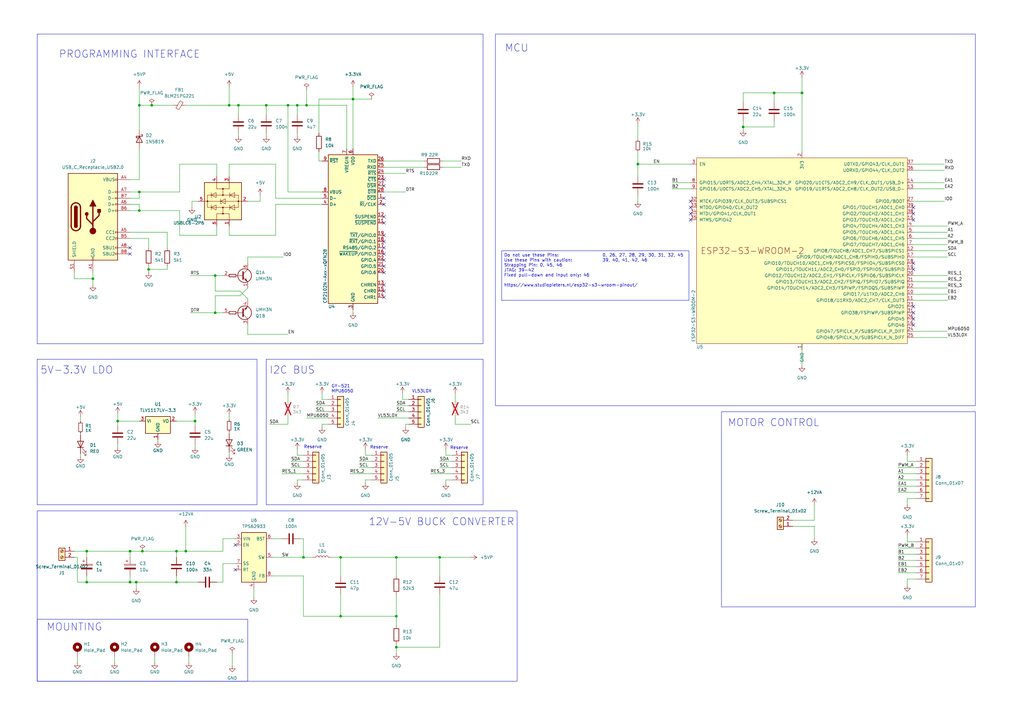
<source format=kicad_sch>
(kicad_sch (version 20230121) (generator eeschema)
  (paper "A3")
  (title_block (title "Balancing_Robot") (date "2024-02-09") (rev "2.5") (company "Made by ElectroHugin"))
  (junction (at 38.1 114.3))
  (junction (at 304.8 52.07))
  (junction (at 80.01 172.72))
  (junction (at 62.23 43.18))
  (junction (at 118.11 43.18))
  (junction (at 261.62 67.31))
  (junction (at 60.96 110.49))
  (junction (at 53.34 226.06))
  (junction (at 162.56 228.6))
  (junction (at 162.56 252.73))
  (junction (at 97.79 43.18))
  (junction (at 35.56 226.06))
  (junction (at 48.26 172.72))
  (junction (at 72.39 238.76))
  (junction (at 180.34 228.6))
  (junction (at 76.2 226.06))
  (junction (at 35.56 238.76))
  (junction (at 162.56 265.43))
  (junction (at 125.73 43.18))
  (junction (at 88.265 113.03))
  (junction (at 58.42 226.06))
  (junction (at 93.98 43.18))
  (junction (at 53.34 238.76))
  (junction (at 328.93 38.1))
  (junction (at 139.7 228.6))
  (junction (at 317.5 38.1))
  (junction (at 121.92 43.18))
  (junction (at 57.15 78.74))
  (junction (at 57.15 86.36))
  (junction (at 144.78 40.64))
  (junction (at 72.39 226.06))
  (junction (at 139.7 252.73))
  (junction (at 57.15 43.18))
  (junction (at 55.88 238.76))
  (junction (at 88.265 128.27))
  (junction (at 124.46 228.6))
  (junction (at 109.22 43.18))
  (no_connect (at 157.48 106.68))
  (no_connect (at 374.65 133.35))
  (no_connect (at 283.21 85.09))
  (no_connect (at 157.48 76.2))
  (no_connect (at 374.65 110.49))
  (no_connect (at 157.48 119.38))
  (no_connect (at 157.48 83.82))
  (no_connect (at 157.48 121.92))
  (no_connect (at 157.48 81.28))
  (no_connect (at 157.48 111.76))
  (no_connect (at 53.34 104.14))
  (no_connect (at 283.21 90.17))
  (no_connect (at 374.65 87.63))
  (no_connect (at 374.65 85.09))
  (no_connect (at 157.48 88.9))
  (no_connect (at 96.52 233.68))
  (no_connect (at 157.48 101.6))
  (no_connect (at 157.48 104.14))
  (no_connect (at 157.48 116.84))
  (no_connect (at 374.65 128.27))
  (no_connect (at 157.48 73.66))
  (no_connect (at 157.48 99.06))
  (no_connect (at 374.65 130.81))
  (no_connect (at 157.48 96.52))
  (no_connect (at 374.65 125.73))
  (no_connect (at 53.34 101.6))
  (no_connect (at 374.65 90.17))
  (no_connect (at 157.48 109.22))
  (no_connect (at 157.48 91.44))
  (no_connect (at 96.52 223.52))
  (no_connect (at 283.21 82.55))
  (no_connect (at 283.21 87.63))
  (no_connect (at 374.65 107.95))
  (wire (pts (xy 147.32 191.77) (xy 152.4 191.77)))
  (wire (pts (xy 182.88 196.85) (xy 182.88 198.12)))
  (wire (pts (xy 334.01 213.36) (xy 325.12 213.36)))
  (wire (pts (xy 57.15 73.66) (xy 53.34 73.66)))
  (wire (pts (xy 98.425 119.38) (xy 101.6 122.555)))
  (wire (pts (xy 121.92 54.61) (xy 121.92 55.88)))
  (wire (pts (xy 374.65 105.41) (xy 388.62 105.41)))
  (wire (pts (xy 368.3 227.33) (xy 375.92 227.33)))
  (wire (pts (xy 93.98 72.39) (xy 93.98 67.31)))
  (wire (pts (xy 119.38 189.23) (xy 124.46 189.23)))
  (wire (pts (xy 374.65 69.85) (xy 387.35 69.85)))
  (wire (pts (xy 31.75 269.24) (xy 31.75 271.78)))
  (wire (pts (xy 93.98 35.56) (xy 93.98 43.18)))
  (wire (pts (xy 166.37 173.99) (xy 166.37 175.26)))
  (wire (pts (xy 368.3 229.87) (xy 375.92 229.87)))
  (wire (pts (xy 144.78 40.64) (xy 152.4 40.64)))
  (wire (pts (xy 132.08 78.74) (xy 118.11 78.74)))
  (wire (pts (xy 372.11 222.25) (xy 375.92 222.25)))
  (wire (pts (xy 368.3 201.93) (xy 375.92 201.93)))
  (wire (pts (xy 334.01 207.01) (xy 334.01 213.36)))
  (wire (pts (xy 325.12 215.9) (xy 334.01 215.9)))
  (wire (pts (xy 129.54 166.37) (xy 134.62 166.37)))
  (wire (pts (xy 73.66 86.36) (xy 73.66 96.52)))
  (wire (pts (xy 139.7 252.73) (xy 162.56 252.73)))
  (wire (pts (xy 124.46 252.73) (xy 139.7 252.73)))
  (wire (pts (xy 368.3 194.31) (xy 375.92 194.31)))
  (wire (pts (xy 53.34 226.06) (xy 58.42 226.06)))
  (wire (pts (xy 162.56 168.91) (xy 167.64 168.91)))
  (wire (pts (xy 53.34 86.36) (xy 57.15 86.36)))
  (wire (pts (xy 38.1 111.76) (xy 38.1 114.3)))
  (wire (pts (xy 372.11 240.03) (xy 372.11 237.49)))
  (wire (pts (xy 106.68 80.01) (xy 106.68 82.55)))
  (wire (pts (xy 275.59 77.47) (xy 283.21 77.47)))
  (wire (pts (xy 129.54 168.91) (xy 134.62 168.91)))
  (wire (pts (xy 180.34 189.23) (xy 185.42 189.23)))
  (wire (pts (xy 180.34 228.6) (xy 180.34 236.22)))
  (wire (pts (xy 76.2 43.18) (xy 93.98 43.18)))
  (wire (pts (xy 119.38 191.77) (xy 124.46 191.77)))
  (wire (pts (xy 38.1 114.3) (xy 38.1 116.84)))
  (wire (pts (xy 93.98 43.18) (xy 97.79 43.18)))
  (wire (pts (xy 125.73 171.45) (xy 134.62 171.45)))
  (wire (pts (xy 374.65 82.55) (xy 387.35 82.55)))
  (wire (pts (xy 93.98 96.52) (xy 113.03 96.52)))
  (wire (pts (xy 144.78 40.64) (xy 130.81 40.64)))
  (wire (pts (xy 33.02 178.435) (xy 33.02 177.8)))
  (wire (pts (xy 328.93 38.1) (xy 328.93 62.23)))
  (wire (pts (xy 30.48 114.3) (xy 38.1 114.3)))
  (wire (pts (xy 110.49 173.99) (xy 118.11 173.99)))
  (wire (pts (xy 180.34 191.77) (xy 185.42 191.77)))
  (wire (pts (xy 124.46 252.73) (xy 124.46 236.22)))
  (wire (pts (xy 139.7 228.6) (xy 162.56 228.6)))
  (wire (pts (xy 35.56 226.06) (xy 35.56 228.6)))
  (wire (pts (xy 97.79 43.18) (xy 109.22 43.18)))
  (wire (pts (xy 109.22 43.18) (xy 109.22 46.99)))
  (wire (pts (xy 180.34 228.6) (xy 193.04 228.6)))
  (wire (pts (xy 104.14 241.3) (xy 104.14 245.11)))
  (wire (pts (xy 93.98 185.42) (xy 93.98 186.69)))
  (wire (pts (xy 165.1 163.83) (xy 167.64 163.83)))
  (wire (pts (xy 88.265 113.03) (xy 88.265 119.38)))
  (wire (pts (xy 113.03 81.28) (xy 132.08 81.28)))
  (wire (pts (xy 78.74 82.55) (xy 78.74 85.09)))
  (wire (pts (xy 374.65 120.65) (xy 388.62 120.65)))
  (wire (pts (xy 368.3 191.77) (xy 375.92 191.77)))
  (wire (pts (xy 157.48 71.12) (xy 166.37 71.12)))
  (wire (pts (xy 374.65 138.43) (xy 388.62 138.43)))
  (wire (pts (xy 80.01 172.72) (xy 80.01 174.625)))
  (wire (pts (xy 261.62 80.01) (xy 261.62 82.55)))
  (wire (pts (xy 182.88 184.15) (xy 182.88 186.69)))
  (wire (pts (xy 101.6 137.16) (xy 118.11 137.16)))
  (wire (pts (xy 372.11 189.23) (xy 375.92 189.23)))
  (wire (pts (xy 123.19 220.98) (xy 124.46 220.98)))
  (wire (pts (xy 124.46 220.98) (xy 124.46 228.6)))
  (wire (pts (xy 88.9 238.76) (xy 91.44 238.76)))
  (wire (pts (xy 93.98 92.71) (xy 93.98 96.52)))
  (wire (pts (xy 186.69 161.29) (xy 186.69 165.1)))
  (wire (pts (xy 132.08 161.29) (xy 132.08 163.83)))
  (wire (pts (xy 372.11 219.71) (xy 372.11 222.25)))
  (wire (pts (xy 121.92 196.85) (xy 121.92 198.12)))
  (wire (pts (xy 147.32 189.23) (xy 152.4 189.23)))
  (wire (pts (xy 144.78 127) (xy 144.78 128.27)))
  (wire (pts (xy 35.56 236.22) (xy 35.56 238.76)))
  (wire (pts (xy 106.68 82.55) (xy 101.6 82.55)))
  (wire (pts (xy 35.56 226.06) (xy 53.34 226.06)))
  (wire (pts (xy 261.62 67.31) (xy 261.62 72.39)))
  (wire (pts (xy 162.56 265.43) (xy 162.56 267.97)))
  (wire (pts (xy 30.48 226.06) (xy 35.56 226.06)))
  (wire (pts (xy 374.65 118.11) (xy 388.62 118.11)))
  (wire (pts (xy 374.65 135.89) (xy 388.62 135.89)))
  (wire (pts (xy 46.99 269.24) (xy 46.99 271.78)))
  (wire (pts (xy 73.66 96.52) (xy 88.9 96.52)))
  (wire (pts (xy 30.48 111.76) (xy 30.48 114.3)))
  (wire (pts (xy 72.39 238.76) (xy 81.28 238.76)))
  (wire (pts (xy 162.56 166.37) (xy 167.64 166.37)))
  (wire (pts (xy 186.69 170.18) (xy 186.69 173.99)))
  (wire (pts (xy 72.39 226.06) (xy 76.2 226.06)))
  (wire (pts (xy 139.7 243.84) (xy 139.7 252.73)))
  (wire (pts (xy 53.34 83.82) (xy 57.15 83.82)))
  (wire (pts (xy 80.01 182.245) (xy 80.01 183.515)))
  (wire (pts (xy 31.75 228.6) (xy 31.75 238.76)))
  (wire (pts (xy 88.265 121.285) (xy 88.265 128.27)))
  (wire (pts (xy 111.76 228.6) (xy 124.46 228.6)))
  (wire (pts (xy 368.3 224.79) (xy 375.92 224.79)))
  (wire (pts (xy 57.15 43.18) (xy 57.15 53.34)))
  (wire (pts (xy 91.44 226.06) (xy 91.44 220.98)))
  (wire (pts (xy 121.92 186.69) (xy 124.46 186.69)))
  (wire (pts (xy 48.26 182.245) (xy 48.26 183.515)))
  (wire (pts (xy 261.62 67.31) (xy 283.21 67.31)))
  (wire (pts (xy 78.105 113.03) (xy 88.265 113.03)))
  (wire (pts (xy 48.26 169.545) (xy 48.26 172.72)))
  (wire (pts (xy 93.98 172.085) (xy 93.98 170.18)))
  (wire (pts (xy 124.46 196.85) (xy 121.92 196.85)))
  (wire (pts (xy 132.08 173.99) (xy 132.08 175.26)))
  (wire (pts (xy 372.11 207.01) (xy 372.11 204.47)))
  (wire (pts (xy 118.11 170.18) (xy 118.11 173.99)))
  (wire (pts (xy 374.65 67.31) (xy 387.35 67.31)))
  (wire (pts (xy 68.58 95.25) (xy 68.58 101.6)))
  (wire (pts (xy 374.65 77.47) (xy 387.35 77.47)))
  (wire (pts (xy 115.57 194.31) (xy 124.46 194.31)))
  (wire (pts (xy 181.61 68.58) (xy 189.23 68.58)))
  (wire (pts (xy 53.34 226.06) (xy 53.34 228.6)))
  (wire (pts (xy 118.11 161.29) (xy 118.11 165.1)))
  (wire (pts (xy 60.96 97.79) (xy 60.96 101.6)))
  (wire (pts (xy 72.39 236.22) (xy 72.39 238.76)))
  (wire (pts (xy 91.44 220.98) (xy 96.52 220.98)))
  (wire (pts (xy 101.6 133.35) (xy 101.6 137.16)))
  (wire (pts (xy 72.39 172.72) (xy 80.01 172.72)))
  (wire (pts (xy 121.92 184.15) (xy 121.92 186.69)))
  (wire (pts (xy 125.73 36.83) (xy 125.73 43.18)))
  (wire (pts (xy 368.3 234.95) (xy 375.92 234.95)))
  (wire (pts (xy 182.88 186.69) (xy 185.42 186.69)))
  (wire (pts (xy 317.5 49.53) (xy 317.5 52.07)))
  (wire (pts (xy 118.11 43.18) (xy 121.92 43.18)))
  (wire (pts (xy 162.56 228.6) (xy 162.56 236.22)))
  (wire (pts (xy 68.58 109.22) (xy 68.58 110.49)))
  (wire (pts (xy 317.5 52.07) (xy 304.8 52.07)))
  (wire (pts (xy 130.81 66.04) (xy 130.81 62.23)))
  (wire (pts (xy 334.01 215.9) (xy 334.01 220.98)))
  (wire (pts (xy 101.6 118.11) (xy 98.425 121.285)))
  (wire (pts (xy 57.15 43.18) (xy 62.23 43.18)))
  (wire (pts (xy 142.24 43.18) (xy 142.24 60.96)))
  (wire (pts (xy 88.9 96.52) (xy 88.9 92.71)))
  (wire (pts (xy 328.93 31.75) (xy 328.93 38.1)))
  (wire (pts (xy 77.47 269.24) (xy 77.47 271.78)))
  (wire (pts (xy 48.26 172.72) (xy 48.26 174.625)))
  (wire (pts (xy 162.56 228.6) (xy 180.34 228.6)))
  (wire (pts (xy 368.3 196.85) (xy 375.92 196.85)))
  (wire (pts (xy 113.03 96.52) (xy 113.03 83.82)))
  (wire (pts (xy 62.23 43.18) (xy 71.12 43.18)))
  (wire (pts (xy 76.2 215.9) (xy 76.2 226.06)))
  (wire (pts (xy 57.15 35.56) (xy 57.15 43.18)))
  (wire (pts (xy 53.34 236.22) (xy 53.34 238.76)))
  (wire (pts (xy 125.73 43.18) (xy 142.24 43.18)))
  (wire (pts (xy 304.8 41.91) (xy 304.8 38.1)))
  (wire (pts (xy 57.15 86.36) (xy 73.66 86.36)))
  (wire (pts (xy 53.34 78.74) (xy 57.15 78.74)))
  (wire (pts (xy 57.15 172.72) (xy 48.26 172.72)))
  (wire (pts (xy 91.44 238.76) (xy 91.44 231.14)))
  (wire (pts (xy 304.8 49.53) (xy 304.8 52.07)))
  (wire (pts (xy 261.62 50.8) (xy 261.62 57.15)))
  (wire (pts (xy 134.62 173.99) (xy 132.08 173.99)))
  (wire (pts (xy 261.62 62.23) (xy 261.62 67.31)))
  (wire (pts (xy 304.8 52.07) (xy 304.8 53.34)))
  (wire (pts (xy 180.34 243.84) (xy 180.34 265.43)))
  (wire (pts (xy 167.64 173.99) (xy 166.37 173.99)))
  (wire (pts (xy 97.79 54.61) (xy 97.79 55.88)))
  (wire (pts (xy 130.81 40.64) (xy 130.81 54.61)))
  (wire (pts (xy 368.3 232.41) (xy 375.92 232.41)))
  (wire (pts (xy 30.48 228.6) (xy 31.75 228.6)))
  (wire (pts (xy 143.51 194.31) (xy 152.4 194.31)))
  (wire (pts (xy 121.92 43.18) (xy 125.73 43.18)))
  (wire (pts (xy 101.6 105.41) (xy 116.205 105.41)))
  (wire (pts (xy 154.94 171.45) (xy 167.64 171.45)))
  (wire (pts (xy 63.5 269.24) (xy 63.5 271.78)))
  (wire (pts (xy 101.6 122.555) (xy 101.6 123.19)))
  (wire (pts (xy 124.46 236.22) (xy 111.76 236.22)))
  (wire (pts (xy 304.8 38.1) (xy 317.5 38.1)))
  (wire (pts (xy 111.76 220.98) (xy 115.57 220.98)))
  (wire (pts (xy 372.11 237.49) (xy 375.92 237.49)))
  (wire (pts (xy 73.66 67.31) (xy 88.9 67.31)))
  (wire (pts (xy 53.34 95.25) (xy 68.58 95.25)))
  (wire (pts (xy 55.88 238.76) (xy 55.88 241.3)))
  (wire (pts (xy 144.78 60.96) (xy 144.78 40.64)))
  (wire (pts (xy 157.48 78.74) (xy 166.37 78.74)))
  (wire (pts (xy 113.03 67.31) (xy 113.03 81.28)))
  (wire (pts (xy 72.39 226.06) (xy 72.39 228.6)))
  (wire (pts (xy 165.1 161.29) (xy 165.1 163.83)))
  (wire (pts (xy 113.03 83.82) (xy 132.08 83.82)))
  (wire (pts (xy 95.25 267.97) (xy 95.25 273.05)))
  (wire (pts (xy 60.96 110.49) (xy 68.58 110.49)))
  (wire (pts (xy 57.15 78.74) (xy 73.66 78.74)))
  (wire (pts (xy 374.65 97.79) (xy 388.62 97.79)))
  (wire (pts (xy 374.65 92.71) (xy 388.62 92.71)))
  (wire (pts (xy 317.5 38.1) (xy 328.93 38.1)))
  (wire (pts (xy 374.65 95.25) (xy 388.62 95.25)))
  (wire (pts (xy 162.56 264.16) (xy 162.56 265.43)))
  (wire (pts (xy 135.89 228.6) (xy 139.7 228.6)))
  (wire (pts (xy 124.46 228.6) (xy 128.27 228.6)))
  (wire (pts (xy 144.78 35.56) (xy 144.78 40.64)))
  (wire (pts (xy 101.6 105.41) (xy 101.6 107.95)))
  (wire (pts (xy 157.48 66.04) (xy 173.99 66.04)))
  (wire (pts (xy 186.69 173.99) (xy 193.04 173.99)))
  (wire (pts (xy 93.98 67.31) (xy 113.03 67.31)))
  (wire (pts (xy 97.79 43.18) (xy 97.79 46.99)))
  (wire (pts (xy 78.105 128.27) (xy 88.265 128.27)))
  (wire (pts (xy 176.53 194.31) (xy 185.42 194.31)))
  (wire (pts (xy 88.265 121.285) (xy 98.425 121.285)))
  (wire (pts (xy 64.77 180.34) (xy 64.77 180.975)))
  (wire (pts (xy 118.11 78.74) (xy 118.11 43.18)))
  (wire (pts (xy 328.93 140.97) (xy 328.93 149.86)))
  (wire (pts (xy 132.08 66.04) (xy 130.81 66.04)))
  (wire (pts (xy 152.4 196.85) (xy 149.86 196.85)))
  (wire (pts (xy 374.65 74.93) (xy 387.35 74.93)))
  (wire (pts (xy 162.56 252.73) (xy 162.56 256.54)))
  (wire (pts (xy 132.08 163.83) (xy 134.62 163.83)))
  (wire (pts (xy 374.65 113.03) (xy 388.62 113.03)))
  (wire (pts (xy 149.86 184.15) (xy 149.86 186.69)))
  (wire (pts (xy 185.42 196.85) (xy 182.88 196.85)))
  (wire (pts (xy 109.22 43.18) (xy 118.11 43.18)))
  (wire (pts (xy 33.02 186.055) (xy 33.02 187.325)))
  (wire (pts (xy 93.98 177.8) (xy 93.98 177.165)))
  (wire (pts (xy 91.44 231.14) (xy 96.52 231.14)))
  (wire (pts (xy 53.34 81.28) (xy 57.15 81.28)))
  (wire (pts (xy 372.11 204.47) (xy 375.92 204.47)))
  (wire (pts (xy 180.34 265.43) (xy 162.56 265.43)))
  (wire (pts (xy 73.66 78.74) (xy 73.66 67.31)))
  (wire (pts (xy 58.42 226.06) (xy 72.39 226.06)))
  (wire (pts (xy 60.96 110.49) (xy 60.96 111.76)))
  (wire (pts (xy 55.88 238.76) (xy 72.39 238.76)))
  (wire (pts (xy 368.3 199.39) (xy 375.92 199.39)))
  (wire (pts (xy 57.15 81.28) (xy 57.15 78.74)))
  (wire (pts (xy 149.86 186.69) (xy 152.4 186.69)))
  (wire (pts (xy 35.56 238.76) (xy 53.34 238.76)))
  (wire (pts (xy 317.5 41.91) (xy 317.5 38.1)))
  (wire (pts (xy 88.9 67.31) (xy 88.9 72.39)))
  (wire (pts (xy 88.265 128.27) (xy 91.44 128.27)))
  (wire (pts (xy 374.65 100.33) (xy 388.62 100.33)))
  (wire (pts (xy 157.48 68.58) (xy 173.99 68.58)))
  (wire (pts (xy 33.02 172.72) (xy 33.02 170.815)))
  (wire (pts (xy 60.96 109.22) (xy 60.96 110.49)))
  (wire (pts (xy 81.28 82.55) (xy 78.74 82.55)))
  (wire (pts (xy 374.65 115.57) (xy 388.62 115.57)))
  (wire (pts (xy 109.22 54.61) (xy 109.22 55.88)))
  (wire (pts (xy 149.86 196.85) (xy 149.86 198.12)))
  (wire (pts (xy 88.265 113.03) (xy 91.44 113.03)))
  (wire (pts (xy 31.75 238.76) (xy 35.56 238.76)))
  (wire (pts (xy 57.15 60.96) (xy 57.15 73.66)))
  (wire (pts (xy 374.65 123.19) (xy 388.62 123.19)))
  (wire (pts (xy 57.15 83.82) (xy 57.15 86.36)))
  (wire (pts (xy 53.34 238.76) (xy 55.88 238.76)))
  (wire (pts (xy 121.92 43.18) (xy 121.92 46.99)))
  (wire (pts (xy 275.59 74.93) (xy 283.21 74.93)))
  (wire (pts (xy 53.34 97.79) (xy 60.96 97.79)))
  (wire (pts (xy 372.11 186.69) (xy 372.11 189.23)))
  (wire (pts (xy 162.56 243.84) (xy 162.56 252.73)))
  (wire (pts (xy 139.7 228.6) (xy 139.7 236.22)))
  (wire (pts (xy 80.01 169.545) (xy 80.01 172.72)))
  (wire (pts (xy 76.2 226.06) (xy 91.44 226.06)))
  (wire (pts (xy 374.65 102.87) (xy 388.62 102.87)))
  (wire (pts (xy 88.265 119.38) (xy 98.425 119.38)))
  (wire (pts (xy 181.61 66.04) (xy 189.23 66.04)))
  (rectangle (start 203.2 13.97) (end 400.05 166.37))
  (rectangle (start 15.24 254) (end 101.6 279.4))
  (rectangle (start 109.22 147.32) (end 198.12 207.01))
  (rectangle (start 15.24 147.32) (end 105.41 207.01))
  (rectangle (start 15.24 209.55) (end 212.09 279.4))
  (rectangle (start 295.91 168.91) (end 400.05 248.92))
  (rectangle (start 15.24 13.97) (end 198.12 140.97))
  (text_box "Do not use these Pins:			0, 26, 27, 28, 29, 30, 31, 32, 45\nUse these Pins with caution: 	39, 40, 41, 42, 46\nStrapping Pin: 0, 45, 46\nJTAG: 39-42\nFixed pull-down and input only: 46\n\nhttps://www.studiopieters.nl/esp32-s3-wroom-pinout/" (at 205.74 102.87 0) (size 76.835 20.32) (effects (font (size 1.27 1.27)) (justify left top)))
  (text "I2C BUS" (at 110.49 153.67 0) (effects (font (size 3 3)) (justify left bottom)))
  (text "GY-521\nMPU6050" (at 135.89 161.29 0) (effects (font (size 1.27 1.27)) (justify left bottom)))
  (text "MCU" (at 207.01 21.59 0) (effects (font (size 3 3)) (justify left bottom)))
  (text "Reserve" (at 192.0869 184.5038 0) (effects (font (size 1.27 1.27)) (justify right bottom)))
  (text "VL53L0X" (at 168.91 161.29 0) (effects (font (size 1.27 1.27)) (justify left bottom)))
  (text "Reserve" (at 132.08 184.15 0) (effects (font (size 1.27 1.27)) (justify right bottom)))
  (text "Reserve" (at 159.2408 184.2867 0) (effects (font (size 1.27 1.27)) (justify right bottom)))
  (text "MOUNTING" (at 19.05 259.08 0) (effects (font (size 3 3)) (justify left bottom)))
  (text "12V-5V BUCK CONVERTER" (at 151.13 215.9 0) (effects (font (size 3 3)) (justify left bottom)))
  (text "5V-3.3V LDO" (at 16.51 153.67 0) (effects (font (size 3 3)) (justify left bottom)))
  (text "PROGRAMMING INTERFACE\n" (at 24.13 24.13 0) (effects (font (size 3 3)) (justify left bottom)))
  (text "MOTOR CONTROL" (at 298.45 175.26 0) (effects (font (size 3 3)) (justify left bottom)))
  (label "B1" (at 275.59 74.93 0))
  (label "RTS" (at 166.37 71.12 0))
  (label "SCL" (at 162.56 168.91 0))
  (label "RES_3" (at 388.62 118.11 0))
  (label "TXD" (at 189.23 68.58 0))
  (label "EN" (at 118.11 137.16 0))
  (label "SDA" (at 388.62 102.87 0))
  (label "A1" (at 368.3 194.31 0))
  (label "SDA" (at 162.56 166.37 0))
  (label "RXD" (at 189.23 66.04 0))
  (label "B2" (at 368.3 229.87 0))
  (label "B1" (at 368.3 227.33 0))
  (label "RES_1" (at 115.57 194.31 0))
  (label "EA2" (at 387.35 77.47 0))
  (label "SDA" (at 147.32 189.23 0))
  (label "MPU6050" (at 388.62 135.89 0))
  (label "A1" (at 388.62 95.25 0))
  (label "SCL" (at 119.38 191.77 0))
  (label "RES_3" (at 176.53 194.31 0))
  (label "EN" (at 267.97 67.31 0))
  (label "SDA" (at 180.34 189.23 0))
  (label "SDA" (at 110.49 173.99 0))
  (label "TXD" (at 387.35 67.31 0))
  (label "SCL" (at 129.54 168.91 0))
  (label "EB2" (at 388.62 123.19 0))
  (label "EB2" (at 368.3 234.95 0))
  (label "RES_2" (at 143.51 194.31 0))
  (label "EB1" (at 368.3 232.41 0))
  (label "DTR" (at 78.105 128.27 0))
  (label "SCL" (at 193.04 173.99 0))
  (label "RES_2" (at 388.62 115.57 0))
  (label "EA1" (at 387.35 74.93 0))
  (label "EB1" (at 388.62 120.65 0))
  (label "IO0" (at 116.205 105.41 0))
  (label "EA2" (at 368.3 201.93 0))
  (label "DTR" (at 166.37 78.74 0))
  (label "VL53L0X" (at 388.62 138.43 0))
  (label "A2" (at 388.62 97.79 0))
  (label "SCL" (at 180.34 191.77 0))
  (label "MPU6050" (at 125.73 171.45 0))
  (label "PWM_B" (at 368.3 224.79 0))
  (label "VL53L0X" (at 154.94 171.45 0))
  (label "A2" (at 368.3 196.85 0))
  (label "RES_1" (at 388.62 113.03 0))
  (label "SCL" (at 388.62 105.41 0))
  (label "PWM_A" (at 368.3 191.77 0))
  (label "PWM_B" (at 388.62 100.33 0))
  (label "SDA" (at 119.38 189.23 0))
  (label "IO0" (at 387.35 82.55 0))
  (label "EA1" (at 368.3 199.39 0))
  (label "RTS" (at 78.105 113.03 0))
  (label "B2" (at 275.59 77.47 0))
  (label "SCL" (at 147.32 191.77 0))
  (label "PWM_A" (at 388.62 92.71 0))
  (label "SW" (at 115.57 228.6 0))
  (label "RXD" (at 387.35 69.85 0))
  (label "SDA" (at 129.54 166.37 0))
  (symbol (lib_id "Connector_Generic:Conn_01x05") (at 172.72 168.91 0) (unit 1)
    (property "Reference" "J6" (at 177.6173 164.3509 90))
    (property "Value" "Conn_01x05" (at 175.6216 169.0359 90))
    (property "Footprint" "Connector_JST:JST_XH_B5B-XH-AM_1x05_P2.50mm_Vertical" (effects hide))
  )
  (symbol (lib_id "power:+3.3V") (at 261.62 50.8 0) (unit 1)
    (property "Reference" "#PWR045" (effects hide))
    (property "Value" "+3.3V" (at 261.62 46.99 0))
  )
  (symbol (lib_id "Device:FerriteBead_Small") (at 73.66 43.18 90) (unit 1)
    (property "Reference" "FB1" (at 73.6219 36.83 90))
    (property "Value" "BLM21PG221" (at 73.6219 39.37 90))
    (property "Footprint" "Inductor_SMD:L_0603_1608Metric" (effects hide))
  )
  (symbol (lib_id "power:GND") (at 121.92 55.88 0) (unit 1)
    (property "Reference" "#PWR028" (effects hide))
    (property "Value" "GND" (at 121.92 60.96 0))
  )
  (symbol (lib_id "Device:C") (at 180.34 240.03 0) (unit 1)
    (property "Reference" "C12" (at 184.15 238.76 0) (effects (justify left)))
    (property "Value" "47u" (at 184.15 241.3 0) (effects (justify left)))
    (property "Footprint" "Capacitor_SMD:C_1206_3216Metric" (effects hide))
  )
  (symbol (lib_id "power:+3.3V") (at 186.69 161.29 0) (unit 1)
    (property "Reference" "#PWR043" (effects hide))
    (property "Value" "+3.3V" (at 186.69 157.48 0))
  )
  (symbol (lib_id "Device:C") (at 139.7 240.03 0) (unit 1)
    (property "Reference" "C11" (at 143.51 238.76 0) (effects (justify left)))
    (property "Value" "47p" (at 143.51 241.3 0) (effects (justify left)))
    (property "Footprint" "Capacitor_SMD:C_1206_3216Metric" (effects hide))
  )
  (symbol (lib_id "power:GND") (at 60.96 111.76 0) (unit 1)
    (property "Reference" "#PWR010" (effects hide))
    (property "Value" "GND" (at 60.96 116.84 0))
  )
  (symbol (lib_id "power:GND") (at 162.56 267.97 0) (unit 1)
    (property "Reference" "#PWR040" (effects hide))
    (property "Value" "GND" (at 162.56 273.05 0))
  )
  (symbol (lib_id "power:GND") (at 97.79 55.88 0) (unit 1)
    (property "Reference" "#PWR023" (effects hide))
    (property "Value" "GND" (at 97.79 60.96 0))
  )
  (symbol (lib_id "power:GND") (at 132.08 175.26 0) (unit 1)
    (property "Reference" "#PWR032" (effects hide))
    (property "Value" "GND" (at 132.08 180.34 0))
  )
  (symbol (lib_id "Connector:USB_C_Receptacle_USB2.0") (at 38.1 88.9 0) (unit 1)
    (property "Reference" "J2" (at 38.1 66.04 0))
    (property "Value" "USB_C_Receptacle_USB2.0" (at 38.1 68.58 0))
    (property "Footprint" "Connector_USB:USB_C_Receptacle_HRO_TYPE-C-31-M-12" (effects hide))
    (property "Datasheet" "https://www.usb.org/sites/default/files/documents/usb_type-c.zip" (effects hide))
  )
  (symbol (lib_id "power:GND") (at 64.77 180.975 0) (unit 1)
    (property "Reference" "#PWR012" (effects hide))
    (property "Value" "GND" (at 64.77 184.785 0))
  )
  (symbol (lib_id "power:+5VP") (at 57.15 35.56 0) (unit 1)
    (property "Reference" "#PWR09" (effects hide))
    (property "Value" "+5VP" (at 57.15 30.48 0))
  )
  (symbol (lib_id "Mechanical:MountingHole_Pad") (at 63.5 266.7 0) (unit 1)
    (property "Reference" "H3" (at 66.04 264.16 0) (effects (justify left)))
    (property "Value" "Hole_Pad" (at 66.04 266.7 0) (effects (justify left)))
    (property "Footprint" "MountingHole:MountingHole_3.2mm_M3_Pad_Via" (effects hide))
  )
  (symbol (lib_id "power:PWR_FLAG") (at 125.73 36.83 0) (unit 1)
    (property "Reference" "#FLG04" (effects hide))
    (property "Value" "PWR_FLAG" (at 125.73 31.75 0))
  )
  (symbol (lib_id "power:+5VP") (at 193.04 228.6 270) (unit 1)
    (property "Reference" "#PWR044" (effects hide))
    (property "Value" "+5VP" (at 196.85 228.6 90) (effects (justify left)))
  )
  (symbol (lib_id "power:GND") (at 77.47 271.78 0) (unit 1)
    (property "Reference" "#PWR014" (effects hide))
    (property "Value" "GND" (at 77.47 275.59 0))
  )
  (symbol (lib_id "Regulator_Linear:LM1117MP-3.3") (at 64.77 172.72 0) (unit 1)
    (property "Reference" "U1" (at 64.77 165.735 0))
    (property "Value" "TLV1117LV-3.3" (at 64.77 168.275 0))
    (property "Footprint" "Package_TO_SOT_SMD:SOT-223-3_TabPin2" (effects hide))
    (property "Datasheet" "http://www.ti.com/lit/ds/symlink/lm1117.pdf" (effects hide))
  )
  (symbol (lib_id "power:+3.3V") (at 93.98 170.18 0) (unit 1)
    (property "Reference" "#PWR020" (effects hide))
    (property "Value" "+3.3V" (at 93.98 166.37 0))
  )
  (symbol (lib_id "power:+5V") (at 48.26 169.545 0) (unit 1)
    (property "Reference" "#PWR06" (effects hide))
    (property "Value" "+5V" (at 48.26 165.735 0))
  )
  (symbol (lib_id "power:GND") (at 328.93 149.86 0) (unit 1)
    (property "Reference" "#PWR049" (effects hide))
    (property "Value" "GND" (at 328.93 154.94 0))
  )
  (symbol (lib_id "power:GND") (at 104.14 245.11 0) (unit 1)
    (property "Reference" "#PWR018" (effects hide))
    (property "Value" "GND" (at 104.14 250.19 0))
  )
  (symbol (lib_id "Device:R") (at 162.56 240.03 0) (unit 1)
    (property "Reference" "R12" (at 165.1 238.76 0) (effects (justify left)))
    (property "Value" "52k3" (at 165.1 241.3 0) (effects (justify left)))
    (property "Footprint" "Resistor_SMD:R_1206_3216Metric" (effects hide))
  )
  (symbol (lib_id "power:GND") (at 372.11 207.01 0) (unit 1)
    (property "Reference" "#PWR057" (effects hide))
    (property "Value" "GND" (at 372.11 212.09 0))
  )
  (symbol (lib_id "power:GND") (at 182.88 198.12 0) (unit 1)
    (property "Reference" "#PWR042" (effects hide))
    (property "Value" "GND" (at 182.88 203.2 0))
  )
  (symbol (lib_id "Device:R") (at 162.56 260.35 0) (unit 1)
    (property "Reference" "R13" (at 165.1 259.08 0) (effects (justify left)))
    (property "Value" "10k" (at 165.1 261.62 0) (effects (justify left)))
    (property "Footprint" "Resistor_SMD:R_1206_3216Metric" (effects hide))
  )
  (symbol (lib_id "power:+5V") (at 106.68 80.01 0) (unit 1)
    (property "Reference" "#PWR025" (effects hide))
    (property "Value" "+5V" (at 106.68 74.93 0))
  )
  (symbol (lib_id "Device:R") (at 68.58 105.41 0) (unit 1)
    (property "Reference" "R3" (at 71.12 104.14 0) (effects (justify left)))
    (property "Value" "5k1" (at 71.12 106.68 0) (effects (justify left)))
    (property "Footprint" "Resistor_SMD:R_1206_3216Metric" (effects hide))
  )
  (symbol (lib_id "power:PWR_FLAG") (at 95.25 267.97 0) (unit 1)
    (property "Reference" "#FLG03" (effects hide))
    (property "Value" "PWR_FLAG" (at 95.25 262.89 0))
  )
  (symbol (lib_id "Mechanical:MountingHole_Pad") (at 31.75 266.7 0) (unit 1)
    (property "Reference" "H1" (at 34.29 264.16 0) (effects (justify left)))
    (property "Value" "Hole_Pad" (at 34.29 266.7 0) (effects (justify left)))
    (property "Footprint" "MountingHole:MountingHole_3.2mm_M3_Pad_Via" (effects hide))
  )
  (symbol (lib_id "Device:C") (at 85.09 238.76 90) (unit 1)
    (property "Reference" "C4" (at 85.09 231.14 90))
    (property "Value" "33n" (at 85.09 233.68 90))
    (property "Footprint" "Capacitor_SMD:C_1206_3216Metric" (effects hide))
  )
  (symbol (lib_id "Connector_Generic:Conn_01x05") (at 129.54 191.77 0) (unit 1)
    (property "Reference" "J3" (at 134.9395 195.6933 90))
    (property "Value" "Conn_01x05" (at 132.3995 191.8833 90))
    (property "Footprint" "Connector_JST:JST_XH_B5B-XH-AM_1x05_P2.50mm_Vertical" (effects hide))
  )
  (symbol (lib_id "Device:C") (at 80.01 178.435 0) (unit 1)
    (property "Reference" "C5" (at 83.82 177.165 0) (effects (justify left)))
    (property "Value" "22u" (at 83.82 179.705 0) (effects (justify left)))
    (property "Footprint" "Capacitor_SMD:C_1206_3216Metric" (effects hide))
  )
  (symbol (lib_id "power:GND") (at 121.92 198.12 0) (unit 1)
    (property "Reference" "#PWR030" (effects hide))
    (property "Value" "GND" (at 121.92 203.2 0))
  )
  (symbol (lib_id "Regulator_Switching:TPS62933") (at 104.14 228.6 0) (unit 1)
    (property "Reference" "U6" (at 104.14 213.36 0))
    (property "Value" "TPS62933" (at 104.14 215.9 0))
    (property "Footprint" "Package_TO_SOT_SMD:SOT-583-8" (effects hide))
    (property "Datasheet" "https://www.ti.com/lit/ds/symlink/tps62933.pdf" (effects hide))
  )
  (symbol (lib_id "Device:C_Polarized") (at 53.34 232.41 0) (unit 1)
    (property "Reference" "C3" (at 57.15 231.14 0) (effects (justify left)))
    (property "Value" "10u" (at 57.15 233.68 0) (effects (justify left)))
    (property "Footprint" "Capacitor_THT:CP_Radial_D5.0mm_P2.50mm" (effects hide))
  )
  (symbol (lib_id "power:GND") (at 55.88 241.3 0) (unit 1)
    (property "Reference" "#PWR08" (effects hide))
    (property "Value" "GND" (at 55.88 246.38 0))
  )
  (symbol (lib_id "Device:C") (at 261.62 76.2 0) (unit 1)
    (property "Reference" "C13" (at 265.43 74.93 0) (effects (justify left)))
    (property "Value" "100n" (at 265.43 77.47 0) (effects (justify left)))
    (property "Footprint" "Capacitor_THT:C_Disc_D5.0mm_W2.5mm_P5.00mm" (effects hide))
  )
  (symbol (lib_id "power:GND") (at 31.75 271.78 0) (unit 1)
    (property "Reference" "#PWR01" (effects hide))
    (property "Value" "GND" (at 31.75 275.59 0))
  )
  (symbol (lib_id "Diode:1N5819") (at 57.15 57.15 270) (unit 1)
    (property "Reference" "D2" (at 59.69 55.5625 90) (effects (justify left)))
    (property "Value" "1N5819" (at 59.69 58.1025 90) (effects (justify left)))
    (property "Footprint" "Diode_THT:D_DO-41_SOD81_P10.16mm_Horizontal" (effects hide))
    (property "Datasheet" "http://www.vishay.com/docs/88525/1n5817.pdf" (effects hide))
  )
  (symbol (lib_id "power:GND") (at 166.37 175.26 0) (unit 1)
    (property "Reference" "#PWR039" (effects hide))
    (property "Value" "GND" (at 166.37 180.34 0))
  )
  (symbol (lib_id "power:GND") (at 63.5 271.78 0) (unit 1)
    (property "Reference" "#PWR011" (effects hide))
    (property "Value" "GND" (at 63.5 275.59 0))
  )
  (symbol (lib_id "power:PWR_FLAG") (at 58.42 226.06 0) (unit 1)
    (property "Reference" "#FLG01" (effects hide))
    (property "Value" "PWR_FLAG" (at 58.42 220.98 0))
  )
  (symbol (lib_id "power:GND") (at 144.78 128.27 0) (unit 1)
    (property "Reference" "#PWR034" (effects hide))
    (property "Value" "GND" (at 144.78 133.35 0))
  )
  (symbol (lib_id "Connector:Screw_Terminal_01x02") (at 25.4 226.06 0) (mirror y) (unit 1)
    (property "Reference" "J1" (at 25.4 234.95 0))
    (property "Value" "Screw_Terminal_01x02" (at 25.4 232.41 0))
    (property "Footprint" "TerminalBlock_Phoenix:TerminalBlock_Phoenix_MKDS-1,5-2-5.08_1x02_P5.08mm_Horizontal" (effects hide))
  )
  (symbol (lib_id "power:GND") (at 149.86 198.12 0) (unit 1)
    (property "Reference" "#PWR036" (effects hide))
    (property "Value" "GND" (at 149.86 203.2 0))
  )
  (symbol (lib_id "Device:C") (at 317.5 45.72 0) (unit 1)
    (property "Reference" "C15" (at 321.31 44.45 0) (effects (justify left)))
    (property "Value" "100n" (at 321.31 46.99 0) (effects (justify left)))
    (property "Footprint" "Capacitor_THT:C_Disc_D5.0mm_W2.5mm_P5.00mm" (effects hide))
  )
  (symbol (lib_id "power:+3.3V") (at 182.88 184.15 0) (unit 1)
    (property "Reference" "#PWR041" (effects hide))
    (property "Value" "+3.3V" (at 182.88 180.34 0))
  )
  (symbol (lib_id "Connector:Screw_Terminal_01x02") (at 320.04 215.9 180) (unit 1)
    (property "Reference" "J10" (at 320.04 207.01 0))
    (property "Value" "Screw_Terminal_01x02" (at 320.04 209.55 0))
    (property "Footprint" "TerminalBlock_Phoenix:TerminalBlock_Phoenix_MKDS-1,5-2-5.08_1x02_P5.08mm_Horizontal" (effects hide))
  )
  (symbol (lib_id "PCM_Espressif:ESP32-S3-WROOM-2") (at 328.93 102.87 0) (unit 1)
    (property "Reference" "U5" (at 287.02 142.24 0))
    (property "Value" "ESP32-S3-WROOM-2" (at 284.48 129.54 90))
    (property "Footprint" "ESP32-S3-WROOM-2" (effects hide))
    (property "Datasheet" "https://www.espressif.com/sites/default/files/documentation/esp32-s3-wroom-2_datasheet_en.pdf" (effects hide))
  )
  (symbol (lib_id "power:GND") (at 80.01 183.515 0) (unit 1)
    (property "Reference" "#PWR017" (effects hide))
    (property "Value" "GND" (at 80.01 187.325 0))
  )
  (symbol (lib_id "power:+3.3V") (at 118.11 161.29 0) (unit 1)
    (property "Reference" "#PWR027" (effects hide))
    (property "Value" "+3.3V" (at 118.11 157.48 0))
  )
  (symbol (lib_id "power:+12VA") (at 334.01 207.01 0) (unit 1)
    (property "Reference" "#PWR050" (effects hide))
    (property "Value" "+12VA" (at 334.01 201.93 0))
  )
  (symbol (lib_id "power:PWR_FLAG") (at 152.4 40.64 0) (unit 1)
    (property "Reference" "#FLG05" (effects hide))
    (property "Value" "PWR_FLAG" (at 152.4 35.56 0))
  )
  (symbol (lib_id "power:GND") (at 46.99 271.78 0) (unit 1)
    (property "Reference" "#PWR05" (effects hide))
    (property "Value" "GND" (at 46.99 275.59 0))
  )
  (symbol (lib_id "power:GND") (at 109.22 55.88 0) (unit 1)
    (property "Reference" "#PWR026" (effects hide))
    (property "Value" "GND" (at 109.22 60.96 0))
  )
  (symbol (lib_id "power:+3.3V") (at 121.92 184.15 0) (unit 1)
    (property "Reference" "#PWR029" (effects hide))
    (property "Value" "+3.3V" (at 121.92 180.34 0))
  )
  (symbol (lib_id "Power_Protection:USBLC6-2P6") (at 91.44 82.55 90) (unit 1)
    (property "Reference" "U2" (at 81.28 88.9 90))
    (property "Value" "USBLC6-2P6" (at 77.47 91.44 90))
    (property "Footprint" "Package_TO_SOT_SMD:SOT-666" (effects hide))
    (property "Datasheet" "https://www.st.com/resource/en/datasheet/usblc6-2.pdf" (effects hide))
  )
  (symbol (lib_id "power:+3.3V") (at 165.1 161.29 0) (unit 1)
    (property "Reference" "#PWR038" (effects hide))
    (property "Value" "+3.3V" (at 165.1 157.48 0))
  )
  (symbol (lib_id "Device:C") (at 109.22 50.8 0) (unit 1)
    (property "Reference" "C7" (at 113.03 49.53 0) (effects (justify left)))
    (property "Value" "100n" (at 113.03 52.07 0) (effects (justify left)))
    (property "Footprint" "Capacitor_THT:C_Disc_D5.0mm_W2.5mm_P5.00mm" (effects hide))
  )
  (symbol (lib_id "Connector_Generic:Conn_01x05") (at 157.48 191.77 0) (unit 1)
    (property "Reference" "J5" (at 162.866 197.5265 90) (effects (justify left)))
    (property "Value" "Conn_01x05" (at 160.326 197.5265 90) (effects (justify left)))
    (property "Footprint" "Connector_JST:JST_XH_B5B-XH-AM_1x05_P2.50mm_Vertical" (effects hide))
  )
  (symbol (lib_id "power:+3.3V") (at 328.93 31.75 0) (unit 1)
    (property "Reference" "#PWR048" (effects hide))
    (property "Value" "+3.3V" (at 328.93 27.94 0))
  )
  (symbol (lib_id "Device:C") (at 72.39 232.41 180) (unit 1)
    (property "Reference" "C10" (at 76.2 231.14 0) (effects (justify right)))
    (property "Value" "100n" (at 76.2 233.68 0) (effects (justify right)))
    (property "Footprint" "Capacitor_SMD:C_1206_3216Metric" (effects hide))
  )
  (symbol (lib_id "Device:R_Small") (at 186.69 167.64 0) (unit 1) (dnp yes)
    (property "Reference" "R14" (at 188.595 167.005 0) (effects (justify left)))
    (property "Value" "3k3" (at 188.595 168.91 0) (effects (justify left)))
    (property "Footprint" "Resistor_THT:R_Axial_DIN0207_L6.3mm_D2.5mm_P10.16mm_Horizontal" (effects hide))
  )
  (symbol (lib_id "power:GND") (at 78.74 85.09 0) (unit 1)
    (property "Reference" "#PWR015" (effects hide))
    (property "Value" "GND" (at 78.74 90.17 0))
  )
  (symbol (lib_id "Interface_USB:CP2102N-Axx-xQFN28") (at 144.78 93.98 0) (unit 1)
    (property "Reference" "U4" (at 134.62 125.73 0) (effects (justify left)))
    (property "Value" "CP2102N-Axx-xQFN28" (at 133.35 124.46 90) (effects (justify left)))
    (property "Footprint" "Package_DFN_QFN:QFN-28-1EP_5x5mm_P0.5mm_EP3.35x3.35mm" (effects hide))
    (property "Datasheet" "https://www.silabs.com/documents/public/data-sheets/cp2102n-datasheet.pdf" (effects hide))
  )
  (symbol (lib_id "Device:R_Small") (at 261.62 59.69 0) (unit 1)
    (property "Reference" "R15" (at 263.525 59.055 0) (effects (justify left)))
    (property "Value" "10k" (at 263.525 60.96 0) (effects (justify left)))
    (property "Footprint" "Resistor_SMD:R_1206_3216Metric" (effects hide))
  )
  (symbol (lib_id "Device:C") (at 97.79 50.8 0) (unit 1)
    (property "Reference" "C6" (at 101.6 49.53 0) (effects (justify left)))
    (property "Value" "22u" (at 101.6 52.07 0) (effects (justify left)))
    (property "Footprint" "Capacitor_THT:C_Disc_D5.0mm_W2.5mm_P5.00mm" (effects hide))
  )
  (symbol (lib_id "Connector_Generic:Conn_01x07") (at 381 229.87 0) (unit 1)
    (property "Reference" "J9" (at 383.54 228.6 0) (effects (justify left)))
    (property "Value" "Conn_01x07" (at 383.54 231.14 0) (effects (justify left)))
    (property "Footprint" "Connector_JST:JST_XH_B7B-XH-A_1x07_P2.50mm_Vertical" (effects hide))
  )
  (symbol (lib_id "power:PWR_FLAG") (at 62.23 43.18 0) (unit 1)
    (property "Reference" "#FLG02" (effects hide))
    (property "Value" "PWR_FLAG" (at 62.23 38.1 0))
  )
  (symbol (lib_id "power:+3.3V") (at 80.01 169.545 0) (unit 1)
    (property "Reference" "#PWR016" (effects hide))
    (property "Value" "+3.3V" (at 80.01 165.735 0))
  )
  (symbol (lib_id "Device:C") (at 304.8 45.72 0) (unit 1)
    (property "Reference" "C14" (at 308.61 44.45 0) (effects (justify left)))
    (property "Value" "22u" (at 308.61 46.99 0) (effects (justify left)))
    (property "Footprint" "Capacitor_THT:C_Disc_D5.0mm_W2.5mm_P5.00mm" (effects hide))
  )
  (symbol (lib_id "power:+3.3VA") (at 144.78 35.56 0) (unit 1)
    (property "Reference" "#PWR033" (effects hide))
    (property "Value" "+3.3VA" (at 144.78 30.48 0))
  )
  (symbol (lib_id "power:+12VA") (at 76.2 215.9 0) (unit 1)
    (property "Reference" "#PWR013" (effects hide))
    (property "Value" "+12VA" (at 76.2 210.82 0))
  )
  (symbol (lib_id "power:GND") (at 304.8 53.34 0) (unit 1)
    (property "Reference" "#PWR047" (effects hide))
    (property "Value" "GND" (at 304.8 58.42 0))
  )
  (symbol (lib_id "power:GND") (at 48.26 183.515 0) (unit 1)
    (property "Reference" "#PWR07" (effects hide))
    (property "Value" "GND" (at 48.26 187.325 0))
  )
  (symbol (lib_id "Device:R_Small") (at 118.11 167.64 0) (unit 1) (dnp yes)
    (property "Reference" "R7" (at 120.015 167.005 0) (effects (justify left)))
    (property "Value" "3k3" (at 120.015 168.91 0) (effects (justify left)))
    (property "Footprint" "Resistor_THT:R_Axial_DIN0207_L6.3mm_D2.5mm_P10.16mm_Horizontal" (effects hide))
  )
  (symbol (lib_id "power:GND") (at 95.25 273.05 0) (unit 1)
    (property "Reference" "#PWR022" (effects hide))
    (property "Value" "GND" (at 95.25 278.13 0))
  )
  (symbol (lib_id "power:GND") (at 261.62 82.55 0) (unit 1)
    (property "Reference" "#PWR046" (effects hide))
    (property "Value" "GND" (at 261.62 87.63 0))
  )
  (symbol (lib_id "Device:R_Small") (at 93.98 174.625 0) (unit 1)
    (property "Reference" "R6" (at 95.885 173.99 0) (effects (justify left)))
    (property "Value" "1K" (at 95.885 175.895 0) (effects (justify left)))
    (property "Footprint" "Resistor_THT:R_Axial_DIN0207_L6.3mm_D2.5mm_P10.16mm_Horizontal" (effects hide))
  )
  (symbol (lib_id "power:+5V") (at 93.98 35.56 0) (unit 1)
    (property "Reference" "#PWR019" (effects hide))
    (property "Value" "+5V" (at 93.98 30.48 0))
  )
  (symbol (lib_id "Device:C") (at 48.26 178.435 0) (unit 1)
    (property "Reference" "C2" (at 52.07 177.165 0) (effects (justify left)))
    (property "Value" "22u" (at 52.07 179.705 0) (effects (justify left)))
    (property "Footprint" "Capacitor_SMD:C_1206_3216Metric" (effects hide))
  )
  (symbol (lib_id "Device:LED") (at 33.02 182.245 90) (unit 1)
    (property "Reference" "D1" (at 36.83 182.5625 90) (effects (justify right)))
    (property "Value" "RED" (at 36.83 185.1025 90) (effects (justify right)))
    (property "Footprint" "LED_THT:LED_D3.0mm" (effects hide))
  )
  (symbol (lib_id "Device:C") (at 121.92 50.8 0) (unit 1)
    (property "Reference" "C9" (at 125.73 49.53 0) (effects (justify left)))
    (property "Value" "4u7" (at 125.73 52.07 0) (effects (justify left)))
    (property "Footprint" "Capacitor_SMD:C_1206_3216Metric" (effects hide))
  )
  (symbol (lib_id "power:+5V") (at 33.02 170.815 0) (unit 1)
    (property "Reference" "#PWR02" (effects hide))
    (property "Value" "+5V" (at 33.02 167.005 0))
  )
  (symbol (lib_id "Device:C_Polarized") (at 35.56 232.41 0) (unit 1)
    (property "Reference" "C1" (at 39.37 231.14 0) (effects (justify left)))
    (property "Value" "1u" (at 39.37 233.68 0) (effects (justify left)))
    (property "Footprint" "Capacitor_THT:CP_Radial_D5.0mm_P2.50mm" (effects hide))
  )
  (symbol (lib_id "Connector_Generic:Conn_01x07") (at 381 196.85 0) (unit 1)
    (property "Reference" "J8" (at 383.54 195.58 0) (effects (justify left)))
    (property "Value" "Conn_01x07" (at 383.54 198.12 0) (effects (justify left)))
    (property "Footprint" "Connector_JST:JST_XH_B7B-XH-A_1x07_P2.50mm_Vertical" (effects hide))
  )
  (symbol (lib_id "Device:R") (at 177.8 68.58 90) (unit 1)
    (property "Reference" "R10" (at 173.99 71.12 90))
    (property "Value" "22R" (at 177.8 71.12 90))
    (property "Footprint" "Resistor_THT:R_Axial_DIN0207_L6.3mm_D2.5mm_P10.16mm_Horizontal" (effects hide))
  )
  (symbol (lib_id "Device:R") (at 130.81 58.42 0) (unit 1)
    (property "Reference" "R8" (at 133.35 57.15 0) (effects (justify left)))
    (property "Value" "10k" (at 133.35 59.69 0) (effects (justify left)))
    (property "Footprint" "Resistor_SMD:R_1206_3216Metric" (effects hide))
  )
  (symbol (lib_id "Device:L") (at 132.08 228.6 90) (unit 1)
    (property "Reference" "L1" (at 132.08 223.52 90))
    (property "Value" "10u" (at 132.08 226.06 90))
    (property "Footprint" "Inductor_SMD:L_Bourns_SRR1208_12.7x12.7mm" (effects hide))
  )
  (symbol (lib_id "Transistor_BJT:UMH3N") (at 96.52 113.03 0) (unit 1)
    (property "Reference" "Q1" (at 104.775 111.76 0) (effects (justify left)))
    (property "Value" "UMH3N" (at 104.775 114.3 0) (effects (justify left)))
    (property "Footprint" "Package_TO_SOT_SMD:SOT-363_SC-70-6" (effects hide))
    (property "Datasheet" "http://rohmfs.rohm.com/en/products/databook/datasheet/discrete/transistor/digital/emh3t2r-e.pdf" (effects hide))
  )
  (symbol (lib_id "Device:R_Small") (at 33.02 175.26 0) (unit 1)
    (property "Reference" "R1" (at 34.925 174.625 0) (effects (justify left)))
    (property "Value" "1K" (at 34.925 176.53 0) (effects (justify left)))
    (property "Footprint" "Resistor_THT:R_Axial_DIN0207_L6.3mm_D2.5mm_P10.16mm_Horizontal" (effects hide))
  )
  (symbol (lib_id "Transistor_BJT:UMH3N") (at 96.52 128.27 0) (mirror x) (unit 2)
    (property "Reference" "Q1" (at 104.775 129.54 0) (effects (justify left)))
    (property "Value" "UMH3N" (at 104.775 127 0) (effects (justify left)))
    (property "Footprint" "Package_TO_SOT_SMD:SOT-363_SC-70-6" (effects hide))
    (property "Datasheet" "http://rohmfs.rohm.com/en/products/databook/datasheet/discrete/transistor/digital/emh3t2r-e.pdf" (effects hide))
  )
  (symbol (lib_id "Connector_Generic:Conn_01x05") (at 139.7 168.91 0) (unit 1)
    (property "Reference" "J4" (at 144.9158 174.8013 90) (effects (justify left)))
    (property "Value" "Conn_01x05" (at 142.3758 174.8013 90) (effects (justify left)))
    (property "Footprint" "Connector_JST:JST_XH_B5B-XH-AM_1x05_P2.50mm_Vertical" (effects hide))
  )
  (symbol (lib_id "Connector_Generic:Conn_01x05") (at 190.5 191.77 0) (unit 1)
    (property "Reference" "J7" (at 196.0739 195.5486 90))
    (property "Value" "Conn_01x05" (at 193.5339 191.7386 90))
    (property "Footprint" "Connector_JST:JST_XH_B5B-XH-AM_1x05_P2.50mm_Vertical" (effects hide))
  )
  (symbol (lib_id "power:GND") (at 334.01 220.98 0) (unit 1)
    (property "Reference" "#PWR055" (effects hide))
    (property "Value" "GND" (at 334.01 226.06 0))
  )
  (symbol (lib_id "Device:C") (at 119.38 220.98 90) (unit 1)
    (property "Reference" "C8" (at 119.38 213.36 90))
    (property "Value" "100n" (at 119.38 215.9 90))
    (property "Footprint" "Capacitor_SMD:C_1206_3216Metric" (effects hide))
  )
  (symbol (lib_id "power:GND") (at 38.1 116.84 0) (unit 1)
    (property "Reference" "#PWR04" (effects hide))
    (property "Value" "GND" (at 38.1 121.92 0))
  )
  (symbol (lib_id "power:GND") (at 33.02 187.325 0) (unit 1)
    (property "Reference" "#PWR03" (effects hide))
    (property "Value" "GND" (at 33.02 191.135 0))
  )
  (symbol (lib_id "power:+3.3V") (at 132.08 161.29 0) (unit 1)
    (property "Reference" "#PWR031" (effects hide))
    (property "Value" "+3.3V" (at 132.08 157.48 0))
  )
  (symbol (lib_id "Device:R") (at 177.8 66.04 90) (unit 1)
    (property "Reference" "R9" (at 173.99 63.5 90))
    (property "Value" "22R" (at 177.8 63.5 90))
    (property "Footprint" "Resistor_THT:R_Axial_DIN0207_L6.3mm_D2.5mm_P10.16mm_Horizontal" (effects hide))
  )
  (symbol (lib_id "Mechanical:MountingHole_Pad") (at 77.47 266.7 0) (unit 1)
    (property "Reference" "H4" (at 80.01 264.16 0) (effects (justify left)))
    (property "Value" "Hole_Pad" (at 80.01 266.7 0) (effects (justify left)))
    (property "Footprint" "MountingHole:MountingHole_3.2mm_M3_Pad_Via" (effects hide))
  )
  (symbol (lib_id "power:GND") (at 372.11 240.03 0) (unit 1)
    (property "Reference" "#PWR059" (effects hide))
    (property "Value" "GND" (at 372.11 245.11 0))
  )
  (symbol (lib_id "power:+3.3V") (at 372.11 219.71 0) (unit 1)
    (property "Reference" "#PWR058" (effects hide))
    (property "Value" "+3.3V" (at 372.11 215.9 0))
  )
  (symbol (lib_id "power:+3.3V") (at 149.86 184.15 0) (unit 1)
    (property "Reference" "#PWR035" (effects hide))
    (property "Value" "+3.3V" (at 149.86 180.34 0))
  )
  (symbol (lib_id "Mechanical:MountingHole_Pad") (at 46.99 266.7 0) (unit 1)
    (property "Reference" "H2" (at 49.53 264.16 0) (effects (justify left)))
    (property "Value" "Hole_Pad" (at 49.53 266.7 0) (effects (justify left)))
    (property "Footprint" "MountingHole:MountingHole_3.2mm_M3_Pad_Via" (effects hide))
  )
  (symbol (lib_id "Device:LED") (at 93.98 181.61 90) (unit 1)
    (property "Reference" "D3" (at 97.155 181.9275 90) (effects (justify right)))
    (property "Value" "GREEN" (at 97.155 184.4675 90) (effects (justify right)))
    (property "Footprint" "LED_THT:LED_D3.0mm" (effects hide))
  )
  (symbol (lib_id "power:GND") (at 93.98 186.69 0) (unit 1)
    (property "Reference" "#PWR021" (effects hide))
    (property "Value" "GND" (at 93.98 190.5 0))
  )
  (symbol (lib_id "Device:R") (at 60.96 105.41 0) (unit 1)
    (property "Reference" "R2" (at 63.5 104.14 0) (effects (justify left)))
    (property "Value" "5k1" (at 63.5 106.68 0) (effects (justify left)))
    (property "Footprint" "Resistor_SMD:R_1206_3216Metric" (effects hide))
  )
  (symbol (lib_id "power:+3.3V") (at 372.11 186.69 0) (unit 1)
    (property "Reference" "#PWR056" (effects hide))
    (property "Value" "+3.3V" (at 372.11 182.88 0))
  )
)
</source>
